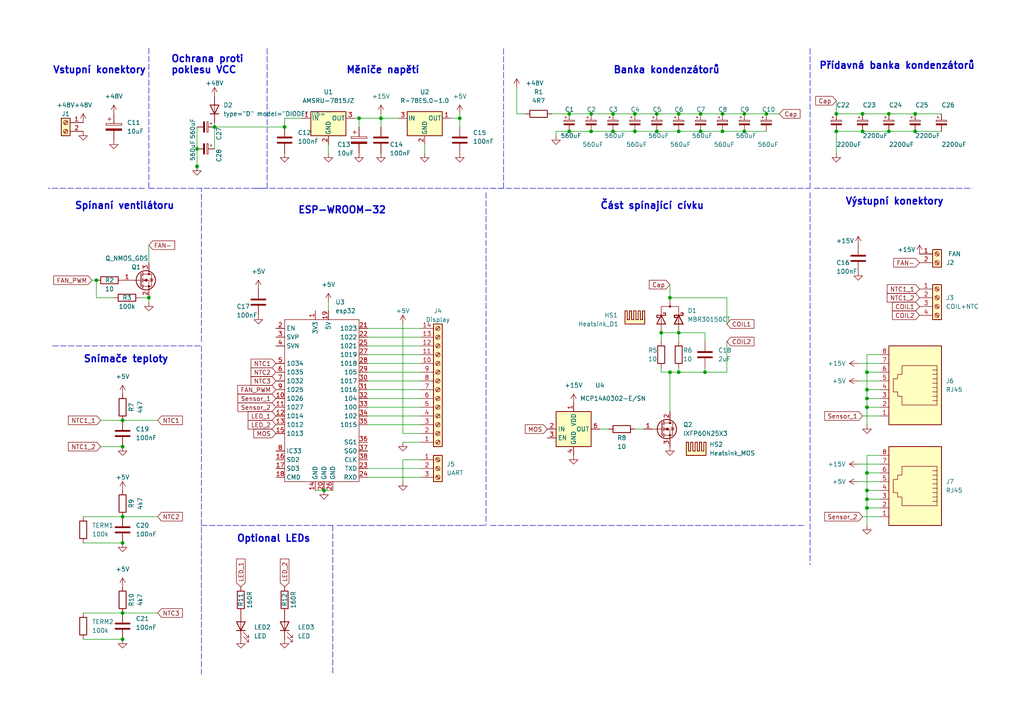
<source format=kicad_sch>
(kicad_sch (version 20211123) (generator eeschema)
  (paper "A4")
  (lib_symbols
    (symbol "Connector:RJ45" (pin_names (offset 1.016))
      (property "Reference" "J" (at -5.08 13.97 0))
      (property "Value" "RJ45" (at 2.54 13.97 0))
      (symbol "RJ45_1_1"
        (pin passive line (at 10.16 -7.62 180) (length 2.54) (name "~") (number "1"))
        (pin passive line (at 10.16 -5.08 180) (length 2.54) (name "~") (number "2"))
        (pin passive line (at 10.16 -2.54 180) (length 2.54) (name "~") (number "3"))
        (pin passive line (at 10.16 0 180) (length 2.54) (name "~") (number "4"))
        (pin passive line (at 10.16 2.54 180) (length 2.54) (name "~") (number "5"))
        (pin passive line (at 10.16 5.08 180) (length 2.54) (name "~") (number "6"))
        (pin passive line (at 10.16 7.62 180) (length 2.54) (name "~") (number "7"))
        (pin passive line (at 10.16 10.16 180) (length 2.54) (name "~") (number "8"))
      )
    )
    (symbol "Connector:Screw_Terminal_01x02" (pin_names (offset 1.016) hide)
      (property "Reference" "J" (at 0 2.54 0))
      (property "Value" "Screw_Terminal_01x02" (at 0 -5.08 0))
      (symbol "Screw_Terminal_01x02_1_1"
        (pin passive line (at -5.08 0 0) (length 3.81) (name "Pin_1") (number "1"))
        (pin passive line (at -5.08 -2.54 0) (length 3.81) (name "Pin_2") (number "2"))
      )
    )
    (symbol "Connector:Screw_Terminal_01x03" (pin_names (offset 1.016) hide)
      (property "Reference" "J" (at 0 5.08 0))
      (property "Value" "Screw_Terminal_01x03" (at 0 -5.08 0))
      (symbol "Screw_Terminal_01x03_1_1"
        (pin passive line (at -5.08 2.54 0) (length 3.81) (name "Pin_1") (number "1"))
        (pin passive line (at -5.08 0 0) (length 3.81) (name "Pin_2") (number "2"))
        (pin passive line (at -5.08 -2.54 0) (length 3.81) (name "Pin_3") (number "3"))
      )
    )
    (symbol "Connector:Screw_Terminal_01x04" (pin_names (offset 1.016) hide)
      (property "Reference" "J" (at 0 5.08 0))
      (property "Value" "Screw_Terminal_01x04" (at 0 -7.62 0))
      (symbol "Screw_Terminal_01x04_1_1"
        (pin passive line (at -5.08 2.54 0) (length 3.81) (name "Pin_1") (number "1"))
        (pin passive line (at -5.08 0 0) (length 3.81) (name "Pin_2") (number "2"))
        (pin passive line (at -5.08 -2.54 0) (length 3.81) (name "Pin_3") (number "3"))
        (pin passive line (at -5.08 -5.08 0) (length 3.81) (name "Pin_4") (number "4"))
      )
    )
    (symbol "Connector:Screw_Terminal_01x14" (pin_names (offset 1.016) hide)
      (property "Reference" "J" (at 0 17.78 0))
      (property "Value" "Screw_Terminal_01x14" (at 0 -20.32 0))
      (symbol "Screw_Terminal_01x14_1_1"
        (pin passive line (at -5.08 15.24 0) (length 3.81) (name "Pin_1") (number "1"))
        (pin passive line (at -5.08 -7.62 0) (length 3.81) (name "Pin_10") (number "10"))
        (pin passive line (at -5.08 -10.16 0) (length 3.81) (name "Pin_11") (number "11"))
        (pin passive line (at -5.08 -12.7 0) (length 3.81) (name "Pin_12") (number "12"))
        (pin passive line (at -5.08 -15.24 0) (length 3.81) (name "Pin_13") (number "13"))
        (pin passive line (at -5.08 -17.78 0) (length 3.81) (name "Pin_14") (number "14"))
        (pin passive line (at -5.08 12.7 0) (length 3.81) (name "Pin_2") (number "2"))
        (pin passive line (at -5.08 10.16 0) (length 3.81) (name "Pin_3") (number "3"))
        (pin passive line (at -5.08 7.62 0) (length 3.81) (name "Pin_4") (number "4"))
        (pin passive line (at -5.08 5.08 0) (length 3.81) (name "Pin_5") (number "5"))
        (pin passive line (at -5.08 2.54 0) (length 3.81) (name "Pin_6") (number "6"))
        (pin passive line (at -5.08 0 0) (length 3.81) (name "Pin_7") (number "7"))
        (pin passive line (at -5.08 -2.54 0) (length 3.81) (name "Pin_8") (number "8"))
        (pin passive line (at -5.08 -5.08 0) (length 3.81) (name "Pin_9") (number "9"))
      )
    )
    (symbol "Device:C" (pin_numbers hide) (pin_names (offset 0.254))
      (property "Reference" "C" (at 0.635 2.54 0))
      (property "Value" "C" (at 0.635 -2.54 0))
      (symbol "C_1_1"
        (pin passive line (at 0 3.81 270) (length 2.794) (name "~") (number "1"))
        (pin passive line (at 0 -3.81 90) (length 2.794) (name "~") (number "2"))
      )
    )
    (symbol "Device:C_Polarized" (pin_numbers hide) (pin_names (offset 0.254))
      (property "Reference" "C" (at 0.635 2.54 0))
      (property "Value" "C_Polarized" (at 0.635 -2.54 0))
      (symbol "C_Polarized_1_1"
        (pin passive line (at 0 3.81 270) (length 2.794) (name "~") (number "1"))
        (pin passive line (at 0 -3.81 90) (length 2.794) (name "~") (number "2"))
      )
    )
    (symbol "Device:C_Polarized_Small" (pin_numbers hide) (pin_names (offset 0.254) hide)
      (property "Reference" "C" (at 0.254 1.778 0))
      (property "Value" "C_Polarized_Small" (at 0.254 -2.032 0))
      (symbol "C_Polarized_Small_1_1"
        (pin passive line (at 0 2.54 270) (length 1.8542) (name "~") (number "1"))
        (pin passive line (at 0 -2.54 90) (length 1.8542) (name "~") (number "2"))
      )
    )
    (symbol "Device:LED" (pin_numbers hide) (pin_names (offset 1.016) hide)
      (property "Reference" "D" (at 0 2.54 0))
      (property "Value" "LED" (at 0 -2.54 0))
      (symbol "LED_1_1"
        (pin passive line (at -3.81 0 0) (length 2.54) (name "K") (number "1"))
        (pin passive line (at 3.81 0 180) (length 2.54) (name "A") (number "2"))
      )
    )
    (symbol "Device:Q_NMOS_GDS" (pin_names (offset 0) hide)
      (property "Reference" "Q" (at 5.08 1.27 0))
      (property "Value" "Q_NMOS_GDS" (at 5.08 -1.27 0))
      (symbol "Q_NMOS_GDS_1_1"
        (pin input line (at -5.08 0 0) (length 2.54) (name "G") (number "1"))
        (pin passive line (at 2.54 5.08 270) (length 2.54) (name "D") (number "2"))
        (pin passive line (at 2.54 -5.08 90) (length 2.54) (name "S") (number "3"))
      )
    )
    (symbol "Device:Q_NMOS_GSD" (pin_names (offset 0) hide)
      (property "Reference" "Q" (at 5.08 1.27 0))
      (property "Value" "Q_NMOS_GSD" (at 5.08 -1.27 0))
      (symbol "Q_NMOS_GSD_1_1"
        (pin input line (at -5.08 0 0) (length 2.54) (name "G") (number "1"))
        (pin passive line (at 2.54 -5.08 90) (length 2.54) (name "S") (number "2"))
        (pin passive line (at 2.54 5.08 270) (length 2.54) (name "D") (number "3"))
      )
    )
    (symbol "Device:R" (pin_numbers hide) (pin_names (offset 0))
      (property "Reference" "R" (at 2.032 0 90))
      (property "Value" "R" (at 0 0 90))
      (symbol "R_1_1"
        (pin passive line (at 0 3.81 270) (length 1.27) (name "~") (number "1"))
        (pin passive line (at 0 -3.81 90) (length 1.27) (name "~") (number "2"))
      )
    )
    (symbol "Diode:C4D30120D" (pin_numbers hide) (pin_names (offset 1.016) hide)
      (property "Reference" "D" (at 0 5.08 0))
      (property "Value" "C4D30120D" (at 0 -5.08 0))
      (symbol "C4D30120D_1_1"
        (pin passive line (at -5.08 2.54 0) (length 2.54) (name "A1") (number "1"))
        (pin passive line (at 5.08 0 180) (length 2.54) (name "K") (number "2"))
        (pin passive line (at -5.08 -2.54 0) (length 2.54) (name "A2") (number "3"))
      )
    )
    (symbol "Driver_FET:MCP14A0902xMNY"
      (property "Reference" "U" (at -7.62 8.89 0))
      (property "Value" "MCP14A0902xMNY" (at 1.27 8.89 0))
      (symbol "MCP14A0902xMNY_1_1"
        (pin power_in line (at 0 7.62 270) (length 2.54) (name "VDD") (number "1"))
        (pin input line (at -7.62 0 0) (length 2.54) (name "IN") (number "2"))
        (pin input line (at -7.62 -2.54 0) (length 2.54) (name "EN") (number "3"))
        (pin power_in line (at 0 -7.62 90) (length 2.54) (name "GND") (number "4"))
        (pin passive line (at 0 -7.62 90) (length 2.54) hide (name "GND") (number "5"))
        (pin output line (at 7.62 0 180) (length 2.54) (name "OUT") (number "6"))
        (pin passive line (at 7.62 0 180) (length 2.54) hide (name "OUT") (number "7"))
        (pin passive line (at 0 7.62 270) (length 2.54) hide (name "VDD") (number "8"))
        (pin passive line (at 0 -7.62 90) (length 2.54) hide (name "GND") (number "9"))
      )
    )
    (symbol "Mechanical:Heatsink" (pin_names (offset 1.016))
      (property "Reference" "HS" (at 0 5.08 0))
      (property "Value" "Heatsink" (at 0 -1.27 0))
    )
    (symbol "Regulator_Linear:L78L05_SOT89" (pin_names (offset 0.254))
      (property "Reference" "U" (at -3.81 3.175 0))
      (property "Value" "L78L05_SOT89" (at -0.635 3.175 0))
      (symbol "L78L05_SOT89_1_1"
        (pin power_out line (at 7.62 0 180) (length 2.54) (name "OUT") (number "1"))
        (pin power_in line (at 0 -7.62 90) (length 2.54) (name "GND") (number "2"))
        (pin power_in line (at -7.62 0 0) (length 2.54) (name "IN") (number "3"))
      )
    )
    (symbol "Regulator_Switching:R-78HB3.3-0.5" (pin_names (offset 0.254))
      (property "Reference" "U" (at -3.81 3.175 0))
      (property "Value" "R-78HB3.3-0.5" (at 0 3.175 0))
      (symbol "R-78HB3.3-0.5_1_1"
        (pin power_in line (at -7.62 0 0) (length 2.54) (name "IN") (number "1"))
        (pin power_in line (at 0 -7.62 90) (length 2.54) (name "GND") (number "2"))
        (pin power_out line (at 7.62 0 180) (length 2.54) (name "OUT") (number "3"))
      )
    )
    (symbol "Simulation_SPICE:DIODE" (pin_numbers hide) (pin_names (offset 1.016) hide)
      (property "Reference" "D" (at 0 2.54 0))
      (property "Value" "DIODE" (at 0 -2.54 0))
      (symbol "DIODE_1_1"
        (pin passive line (at -3.81 0 0) (length 2.54) (name "A") (number "1"))
        (pin passive line (at 3.81 0 180) (length 2.54) (name "K") (number "2"))
      )
    )
    (symbol "esp32:esp32"
      (property "Reference" "U" (at 0 7.62 0))
      (property "Value" "esp32" (at 0 11.43 0))
      (symbol "esp32_1_1"
        (pin input line (at -2.54 22.86 270) (length 2.54) (name "3V3") (number "1"))
        (pin input line (at -13.97 -2.54 0) (length 2.54) (name "1026") (number "10"))
        (pin input line (at -13.97 -5.08 0) (length 2.54) (name "1027") (number "11"))
        (pin input line (at -13.97 -7.62 0) (length 2.54) (name "1014") (number "12"))
        (pin input line (at -13.97 -10.16 0) (length 2.54) (name "1012") (number "13"))
        (pin input line (at -2.54 -29.21 90) (length 2.54) (name "GND") (number "14"))
        (pin input line (at -13.97 -12.7 0) (length 2.54) (name "1013") (number "15"))
        (pin input line (at -13.97 -20.32 0) (length 2.54) (name "SD2") (number "16"))
        (pin input line (at -13.97 -22.86 0) (length 2.54) (name "SD3") (number "17"))
        (pin input line (at -13.97 -25.4 0) (length 2.54) (name "CMD") (number "18"))
        (pin input line (at 1.27 22.86 270) (length 2.54) (name "5V") (number "19"))
        (pin input line (at -13.97 17.78 0) (length 2.54) (name "EN") (number "2"))
        (pin input line (at 0 -29.21 90) (length 2.54) (name "GND") (number "20"))
        (pin input line (at 12.7 17.78 180) (length 2.54) (name "1023") (number "21"))
        (pin input line (at 12.7 15.24 180) (length 2.54) (name "1022") (number "22"))
        (pin input line (at 12.7 -22.86 180) (length 2.54) (name "TXD") (number "23"))
        (pin input line (at 12.7 -25.4 180) (length 2.54) (name "RXD") (number "24"))
        (pin input line (at 12.7 12.7 180) (length 2.54) (name "1021") (number "25"))
        (pin input line (at 2.54 -29.21 90) (length 2.54) (name "GND") (number "26"))
        (pin input line (at 12.7 10.16 180) (length 2.54) (name "1019") (number "27"))
        (pin input line (at 12.7 7.62 180) (length 2.54) (name "1018") (number "28"))
        (pin input line (at 12.7 5.08 180) (length 2.54) (name "105") (number "29"))
        (pin input line (at -13.97 15.24 0) (length 2.54) (name "SVP") (number "3"))
        (pin input line (at 12.7 2.54 180) (length 2.54) (name "1017") (number "30"))
        (pin input line (at 12.7 0 180) (length 2.54) (name "1016") (number "31"))
        (pin input line (at 12.7 -2.54 180) (length 2.54) (name "104") (number "32"))
        (pin input line (at 12.7 -5.08 180) (length 2.54) (name "100") (number "33"))
        (pin input line (at 12.7 -7.62 180) (length 2.54) (name "102") (number "34"))
        (pin input line (at 12.7 -10.16 180) (length 2.54) (name "1015") (number "35"))
        (pin input line (at 12.7 -15.24 180) (length 2.54) (name "SG1") (number "36"))
        (pin input line (at 12.7 -17.78 180) (length 2.54) (name "SG0") (number "37"))
        (pin input line (at 12.7 -20.32 180) (length 2.54) (name "CLK") (number "38"))
        (pin input line (at -13.97 12.7 0) (length 2.54) (name "SVN") (number "4"))
        (pin input line (at -13.97 7.62 0) (length 2.54) (name "1034") (number "5"))
        (pin input line (at -13.97 5.08 0) (length 2.54) (name "1035") (number "6"))
        (pin input line (at -13.97 2.54 0) (length 2.54) (name "1032") (number "7"))
        (pin input line (at -13.97 -17.78 0) (length 2.54) (name "IC33") (number "8"))
        (pin input line (at -13.97 0 0) (length 2.54) (name "1025") (number "9"))
      )
    )
    (symbol "power:+15V" (power) (pin_names (offset 0))
      (property "Value" "+15V" (at 0 3.556 0))
      (symbol "+15V_1_1"
        (pin power_in line (at 0 0 90) (length 0) hide (name "+15V") (number "1"))
      )
    )
    (symbol "power:+48V" (power) (pin_names (offset 0))
      (property "Value" "+48V" (at 0 3.556 0))
      (symbol "+48V_1_1"
        (pin power_in line (at 0 0 90) (length 0) hide (name "+48V") (number "1"))
      )
    )
    (symbol "power:+5V" (power) (pin_names (offset 0))
      (property "Value" "+5V" (at 0 3.556 0))
      (symbol "+5V_1_1"
        (pin power_in line (at 0 0 90) (length 0) hide (name "+5V") (number "1"))
      )
    )
    (symbol "power:GND" (power) (pin_names (offset 0))
      (property "Value" "GND" (at 0 -3.81 0))
      (symbol "GND_1_1"
        (pin power_in line (at 0 0 270) (length 0) hide (name "GND") (number "1"))
      )
    )
  )
  (junction (at 82.55 36.83))
  (junction (at 196.85 33.02))
  (junction (at 251.46 115.57))
  (junction (at 43.18 86.36))
  (junction (at 196.85 38.1))
  (junction (at 203.2 38.1))
  (junction (at 35.56 177.8))
  (junction (at 171.45 33.02))
  (junction (at 251.46 147.32))
  (junction (at 251.46 142.24))
  (junction (at 35.56 129.54))
  (junction (at 251.46 144.78))
  (junction (at 133.35 34.29))
  (junction (at 62.23 36.83))
  (junction (at 265.43 38.1))
  (junction (at 57.15 43.18))
  (junction (at 194.31 107.95))
  (junction (at 251.46 137.16))
  (junction (at 242.57 38.1))
  (junction (at 177.8 33.02))
  (junction (at 265.43 33.02))
  (junction (at 190.5 38.1))
  (junction (at 251.46 118.11))
  (junction (at 215.9 33.02))
  (junction (at 257.81 33.02))
  (junction (at 251.46 107.95))
  (junction (at 209.55 33.02))
  (junction (at 93.98 142.24))
  (junction (at 251.46 113.03))
  (junction (at 204.47 107.95))
  (junction (at 196.85 96.52))
  (junction (at 104.14 34.29))
  (junction (at 222.25 33.02))
  (junction (at 209.55 38.1))
  (junction (at 194.31 86.36))
  (junction (at 190.5 33.02))
  (junction (at 165.1 33.02))
  (junction (at 184.15 33.02))
  (junction (at 191.77 96.52))
  (junction (at 35.56 157.48))
  (junction (at 165.1 38.1))
  (junction (at 110.49 34.29))
  (junction (at 250.19 38.1))
  (junction (at 242.57 33.02))
  (junction (at 196.85 107.95))
  (junction (at 171.45 38.1))
  (junction (at 177.8 38.1))
  (junction (at 184.15 38.1))
  (junction (at 35.56 185.42))
  (junction (at 27.94 81.28))
  (junction (at 257.81 38.1))
  (junction (at 215.9 38.1))
  (junction (at 250.19 33.02))
  (junction (at 203.2 33.02))
  (junction (at 35.56 149.86))
  (junction (at 35.56 121.92))
  (junction (at 57.15 48.26))
  (wire (pts (xy 106.68 110.49) (xy 121.92 110.49)))
  (wire (pts (xy 265.43 38.1) (xy 273.05 38.1)))
  (wire (pts (xy 26.67 81.28) (xy 27.94 81.28)))
  (wire (pts (xy 116.84 133.35) (xy 121.92 133.35)))
  (polyline (pts (xy 58.42 99.06) (xy 58.42 54.61)))
  (wire (pts (xy 248.92 134.62) (xy 255.27 134.62)))
  (wire (pts (xy 204.47 99.06) (xy 204.47 96.52)))
  (wire (pts (xy 24.13 157.48) (xy 35.56 157.48)))
  (wire (pts (xy 82.55 34.29) (xy 82.55 36.83)))
  (polyline (pts (xy 236.22 54.61) (xy 281.94 54.61)))
  (wire (pts (xy 62.23 36.83) (xy 62.23 35.56)))
  (wire (pts (xy 196.85 38.1) (xy 203.2 38.1)))
  (wire (pts (xy 209.55 33.02) (xy 215.9 33.02)))
  (wire (pts (xy 203.2 38.1) (xy 209.55 38.1)))
  (polyline (pts (xy 142.24 152.4) (xy 233.68 152.4)))
  (wire (pts (xy 176.53 124.46) (xy 173.99 124.46)))
  (polyline (pts (xy 97.79 152.4) (xy 140.97 152.4)))
  (wire (pts (xy 204.47 107.95) (xy 210.82 107.95)))
  (wire (pts (xy 123.19 44.45) (xy 123.19 41.91)))
  (wire (pts (xy 91.44 142.24) (xy 93.98 142.24)))
  (wire (pts (xy 106.68 100.33) (xy 121.92 100.33)))
  (polyline (pts (xy 140.97 55.88) (xy 140.97 152.4)))
  (wire (pts (xy 196.85 96.52) (xy 196.85 99.06)))
  (wire (pts (xy 204.47 106.68) (xy 204.47 107.95)))
  (wire (pts (xy 251.46 142.24) (xy 255.27 142.24)))
  (wire (pts (xy 251.46 107.95) (xy 255.27 107.95)))
  (polyline (pts (xy 234.95 54.61) (xy 234.95 13.97)))
  (wire (pts (xy 130.81 34.29) (xy 133.35 34.29)))
  (wire (pts (xy 251.46 118.11) (xy 255.27 118.11)))
  (wire (pts (xy 165.1 38.1) (xy 171.45 38.1)))
  (wire (pts (xy 184.15 124.46) (xy 186.69 124.46)))
  (wire (pts (xy 250.19 33.02) (xy 257.81 33.02)))
  (wire (pts (xy 133.35 34.29) (xy 133.35 33.02)))
  (wire (pts (xy 43.18 71.12) (xy 43.18 76.2)))
  (wire (pts (xy 152.4 33.02) (xy 149.86 33.02)))
  (polyline (pts (xy 43.18 13.97) (xy 43.18 54.61)))
  (wire (pts (xy 116.84 128.27) (xy 121.92 128.27)))
  (wire (pts (xy 250.19 149.86) (xy 255.27 149.86)))
  (wire (pts (xy 95.25 41.91) (xy 95.25 44.45)))
  (wire (pts (xy 171.45 33.02) (xy 177.8 33.02)))
  (wire (pts (xy 171.45 38.1) (xy 177.8 38.1)))
  (wire (pts (xy 251.46 142.24) (xy 251.46 144.78)))
  (wire (pts (xy 106.68 123.19) (xy 121.92 123.19)))
  (wire (pts (xy 191.77 96.52) (xy 196.85 96.52)))
  (wire (pts (xy 177.8 33.02) (xy 184.15 33.02)))
  (polyline (pts (xy 234.95 55.88) (xy 234.95 163.83)))
  (wire (pts (xy 62.23 36.83) (xy 82.55 36.83)))
  (wire (pts (xy 210.82 86.36) (xy 210.82 93.98)))
  (wire (pts (xy 251.46 132.08) (xy 255.27 132.08)))
  (wire (pts (xy 251.46 115.57) (xy 251.46 118.11)))
  (wire (pts (xy 209.55 38.1) (xy 215.9 38.1)))
  (wire (pts (xy 57.15 43.18) (xy 57.15 36.83)))
  (wire (pts (xy 265.43 33.02) (xy 273.05 33.02)))
  (wire (pts (xy 106.68 120.65) (xy 121.92 120.65)))
  (wire (pts (xy 95.25 87.63) (xy 95.25 90.17)))
  (wire (pts (xy 116.84 93.98) (xy 116.84 125.73)))
  (wire (pts (xy 242.57 38.1) (xy 250.19 38.1)))
  (wire (pts (xy 251.46 132.08) (xy 251.46 137.16)))
  (wire (pts (xy 57.15 49.53) (xy 57.15 48.26)))
  (wire (pts (xy 196.85 107.95) (xy 204.47 107.95)))
  (wire (pts (xy 106.68 135.89) (xy 121.92 135.89)))
  (wire (pts (xy 27.94 86.36) (xy 27.94 81.28)))
  (polyline (pts (xy 146.05 54.61) (xy 146.05 13.97)))
  (wire (pts (xy 251.46 137.16) (xy 255.27 137.16)))
  (wire (pts (xy 251.46 115.57) (xy 255.27 115.57)))
  (wire (pts (xy 215.9 33.02) (xy 222.25 33.02)))
  (wire (pts (xy 24.13 185.42) (xy 35.56 185.42)))
  (wire (pts (xy 102.87 34.29) (xy 104.14 34.29)))
  (wire (pts (xy 194.31 107.95) (xy 194.31 119.38)))
  (wire (pts (xy 29.21 129.54) (xy 35.56 129.54)))
  (wire (pts (xy 82.55 34.29) (xy 87.63 34.29)))
  (wire (pts (xy 106.68 138.43) (xy 121.92 138.43)))
  (wire (pts (xy 24.13 177.8) (xy 35.56 177.8)))
  (polyline (pts (xy 41.91 54.61) (xy 13.97 54.61)))
  (wire (pts (xy 116.84 133.35) (xy 116.84 139.7)))
  (wire (pts (xy 251.46 102.87) (xy 255.27 102.87)))
  (polyline (pts (xy 15.24 100.33) (xy 58.42 100.33)))
  (wire (pts (xy 104.14 34.29) (xy 104.14 36.83)))
  (wire (pts (xy 190.5 33.02) (xy 196.85 33.02)))
  (polyline (pts (xy 73.66 54.61) (xy 146.05 54.61)))
  (wire (pts (xy 133.35 34.29) (xy 133.35 36.83)))
  (wire (pts (xy 190.5 38.1) (xy 196.85 38.1)))
  (wire (pts (xy 121.92 97.79) (xy 106.68 97.79)))
  (wire (pts (xy 106.68 95.25) (xy 121.92 95.25)))
  (wire (pts (xy 45.72 121.92) (xy 35.56 121.92)))
  (wire (pts (xy 160.02 33.02) (xy 165.1 33.02)))
  (wire (pts (xy 43.18 87.63) (xy 43.18 86.36)))
  (wire (pts (xy 116.84 125.73) (xy 121.92 125.73)))
  (wire (pts (xy 110.49 34.29) (xy 115.57 34.29)))
  (wire (pts (xy 196.85 33.02) (xy 203.2 33.02)))
  (wire (pts (xy 161.29 38.1) (xy 161.29 39.37)))
  (wire (pts (xy 210.82 107.95) (xy 210.82 99.06)))
  (wire (pts (xy 196.85 106.68) (xy 196.85 107.95)))
  (polyline (pts (xy 58.42 100.33) (xy 58.42 195.58)))
  (wire (pts (xy 204.47 96.52) (xy 196.85 96.52)))
  (wire (pts (xy 184.15 33.02) (xy 190.5 33.02)))
  (wire (pts (xy 161.29 38.1) (xy 165.1 38.1)))
  (wire (pts (xy 250.19 120.65) (xy 255.27 120.65)))
  (polyline (pts (xy 96.52 152.4) (xy 96.52 195.58)))
  (wire (pts (xy 215.9 38.1) (xy 222.25 38.1)))
  (wire (pts (xy 242.57 33.02) (xy 250.19 33.02)))
  (wire (pts (xy 29.21 121.92) (xy 35.56 121.92)))
  (wire (pts (xy 203.2 33.02) (xy 209.55 33.02)))
  (wire (pts (xy 251.46 113.03) (xy 255.27 113.03)))
  (wire (pts (xy 149.86 25.4) (xy 149.86 33.02)))
  (wire (pts (xy 62.23 36.83) (xy 62.23 43.18)))
  (wire (pts (xy 24.13 149.86) (xy 35.56 149.86)))
  (wire (pts (xy 194.31 107.95) (xy 196.85 107.95)))
  (wire (pts (xy 251.46 147.32) (xy 255.27 147.32)))
  (wire (pts (xy 45.72 177.8) (xy 35.56 177.8)))
  (wire (pts (xy 177.8 38.1) (xy 184.15 38.1)))
  (wire (pts (xy 110.49 33.02) (xy 110.49 34.29)))
  (wire (pts (xy 191.77 106.68) (xy 191.77 107.95)))
  (polyline (pts (xy 58.42 152.4) (xy 96.52 152.4)))
  (wire (pts (xy 251.46 118.11) (xy 251.46 123.19)))
  (wire (pts (xy 191.77 96.52) (xy 191.77 99.06)))
  (wire (pts (xy 40.64 86.36) (xy 43.18 86.36)))
  (polyline (pts (xy 43.18 54.61) (xy 77.47 54.61)))
  (wire (pts (xy 242.57 29.21) (xy 242.57 33.02)))
  (polyline (pts (xy 142.24 54.61) (xy 234.95 54.61)))
  (wire (pts (xy 194.31 86.36) (xy 210.82 86.36)))
  (wire (pts (xy 57.15 43.18) (xy 57.15 48.26)))
  (wire (pts (xy 248.92 139.7) (xy 255.27 139.7)))
  (polyline (pts (xy 77.47 54.61) (xy 77.47 13.97)))
  (wire (pts (xy 110.49 36.83) (xy 110.49 34.29)))
  (wire (pts (xy 106.68 113.03) (xy 121.92 113.03)))
  (wire (pts (xy 251.46 144.78) (xy 251.46 147.32)))
  (wire (pts (xy 93.98 142.24) (xy 96.52 142.24)))
  (wire (pts (xy 248.92 110.49) (xy 255.27 110.49)))
  (wire (pts (xy 257.81 33.02) (xy 265.43 33.02)))
  (wire (pts (xy 33.02 86.36) (xy 27.94 86.36)))
  (wire (pts (xy 251.46 137.16) (xy 251.46 142.24)))
  (wire (pts (xy 165.1 33.02) (xy 171.45 33.02)))
  (wire (pts (xy 45.72 149.86) (xy 35.56 149.86)))
  (wire (pts (xy 104.14 34.29) (xy 110.49 34.29)))
  (wire (pts (xy 257.81 38.1) (xy 265.43 38.1)))
  (wire (pts (xy 251.46 147.32) (xy 251.46 152.4)))
  (wire (pts (xy 242.57 38.1) (xy 242.57 44.45)))
  (wire (pts (xy 222.25 33.02) (xy 226.06 33.02)))
  (wire (pts (xy 184.15 38.1) (xy 190.5 38.1)))
  (wire (pts (xy 248.92 105.41) (xy 255.27 105.41)))
  (wire (pts (xy 250.19 38.1) (xy 257.81 38.1)))
  (wire (pts (xy 106.68 105.41) (xy 121.92 105.41)))
  (wire (pts (xy 251.46 102.87) (xy 251.46 107.95)))
  (wire (pts (xy 194.31 82.55) (xy 194.31 86.36)))
  (wire (pts (xy 251.46 107.95) (xy 251.46 113.03)))
  (wire (pts (xy 106.68 118.11) (xy 121.92 118.11)))
  (wire (pts (xy 251.46 144.78) (xy 255.27 144.78)))
  (wire (pts (xy 106.68 102.87) (xy 121.92 102.87)))
  (wire (pts (xy 106.68 115.57) (xy 121.92 115.57)))
  (wire (pts (xy 251.46 113.03) (xy 251.46 115.57)))
  (wire (pts (xy 191.77 107.95) (xy 194.31 107.95)))
  (wire (pts (xy 106.68 107.95) (xy 121.92 107.95)))
  (text "Část spínající cívku" (at 173.99 60.96 0) (effects (font (size 2 2) bold) (justify left bottom)))
  (text "Ochrana proti \npoklesu VCC\n" (at 49.53 21.59 0) (effects (font (size 2 2) bold) (justify left bottom)))
  (text "Vstupní konektory\n" (at 15.24 21.59 0) (effects (font (size 2 2) bold) (justify left bottom)))
  (text "Měniče napětí\n" (at 100.33 21.59 0) (effects (font (size 2 2) bold) (justify left bottom)))
  (text "Výstupní konektory\n" (at 245.11 59.69 0) (effects (font (size 2 2) bold) (justify left bottom)))
  (text "Přídavná banka kondenzátorů" (at 237.49 20.32 0) (effects (font (size 2 2) bold) (justify left bottom)))
  (text "Snímače teploty" (at 24.13 105.41 0) (effects (font (size 2 2) (thickness 0.4) bold) (justify left bottom)))
  (text "ESP-WROOM-32\n" (at 86.36 62.23 0) (effects (font (size 2 2) bold) (justify left bottom)))
  (text "Optional LEDs" (at 68.58 157.48 0) (effects (font (size 2 2) (thickness 0.4) bold) (justify left bottom)))
  (text "Spínaní ventilátoru\n" (at 21.59 60.96 0) (effects (font (size 2 2) (thickness 0.4) bold) (justify left bottom)))
  (text "Banka kondenzátorů" (at 177.8 21.59 0) (effects (font (size 2 2) bold) (justify left bottom)))
  (global_label "COIL1" (shape input) (at 266.7 88.9 180) (property "Intersheet References" "${INTERSHEET_REFS}" (effects hide)))
  (global_label "LED_2" (shape input) (at 82.55 170.18 90) (property "Intersheet References" "${INTERSHEET_REFS}" (effects hide)))
  (global_label "FAN_PWM" (shape input) (at 80.01 113.03 180) (property "Intersheet References" "${INTERSHEET_REFS}" (effects hide)))
  (global_label "LED_1" (shape input) (at 80.01 120.65 180) (property "Intersheet References" "${INTERSHEET_REFS}" (effects hide)))
  (global_label "LED_2" (shape input) (at 80.01 123.19 180) (property "Intersheet References" "${INTERSHEET_REFS}" (effects hide)))
  (global_label "NTC1" (shape input) (at 80.01 105.41 180) (property "Intersheet References" "${INTERSHEET_REFS}" (effects hide)))
  (global_label "Sensor_2" (shape input) (at 250.19 149.86 180) (property "Intersheet References" "${INTERSHEET_REFS}" (effects hide)))
  (global_label "NTC1_2" (shape input) (at 266.7 86.36 180) (property "Intersheet References" "${INTERSHEET_REFS}" (effects hide)))
  (global_label "COIL2" (shape input) (at 210.82 99.06 0) (property "Intersheet References" "${INTERSHEET_REFS}" (effects hide)))
  (global_label "Cap" (shape input) (at 194.31 82.55 180) (property "Intersheet References" "${INTERSHEET_REFS}" (effects hide)))
  (global_label "NTC1_1" (shape input) (at 266.7 83.82 180) (property "Intersheet References" "${INTERSHEET_REFS}" (effects hide)))
  (global_label "NTC1_1" (shape input) (at 29.21 121.92 180) (property "Intersheet References" "${INTERSHEET_REFS}" (effects hide)))
  (global_label "FAN-" (shape input) (at 266.7 76.2 180) (property "Intersheet References" "${INTERSHEET_REFS}" (effects hide)))
  (global_label "NTC3" (shape input) (at 45.72 177.8 0) (property "Intersheet References" "${INTERSHEET_REFS}" (effects hide)))
  (global_label "FAN-" (shape input) (at 43.18 71.12 0) (property "Intersheet References" "${INTERSHEET_REFS}" (effects hide)))
  (global_label "FAN_PWM" (shape input) (at 26.67 81.28 180) (property "Intersheet References" "${INTERSHEET_REFS}" (effects hide)))
  (global_label "NTC2" (shape input) (at 45.72 149.86 0) (property "Intersheet References" "${INTERSHEET_REFS}" (effects hide)))
  (global_label "MOS" (shape input) (at 80.01 125.73 180) (property "Intersheet References" "${INTERSHEET_REFS}" (effects hide)))
  (global_label "Sensor_1" (shape input) (at 80.01 115.57 180) (property "Intersheet References" "${INTERSHEET_REFS}" (effects hide)))
  (global_label "COIL1" (shape input) (at 210.82 93.98 0) (property "Intersheet References" "${INTERSHEET_REFS}" (effects hide)))
  (global_label "MOS" (shape input) (at 158.75 124.46 180) (property "Intersheet References" "${INTERSHEET_REFS}" (effects hide)))
  (global_label "Cap" (shape input) (at 226.06 33.02 0) (property "Intersheet References" "${INTERSHEET_REFS}" (effects hide)))
  (global_label "Sensor_1" (shape input) (at 250.19 120.65 180) (property "Intersheet References" "${INTERSHEET_REFS}" (effects hide)))
  (global_label "Cap" (shape input) (at 242.57 29.21 180) (property "Intersheet References" "${INTERSHEET_REFS}" (effects hide)))
  (global_label "NTC1" (shape input) (at 45.72 121.92 0) (property "Intersheet References" "${INTERSHEET_REFS}" (effects hide)))
  (global_label "LED_1" (shape input) (at 69.85 170.18 90) (property "Intersheet References" "${INTERSHEET_REFS}" (effects hide)))
  (global_label "Sensor_2" (shape input) (at 80.01 118.11 180) (property "Intersheet References" "${INTERSHEET_REFS}" (effects hide)))
  (global_label "COIL2" (shape input) (at 266.7 91.44 180) (property "Intersheet References" "${INTERSHEET_REFS}" (effects hide)))
  (global_label "NTC1_2" (shape input) (at 29.21 129.54 180) (property "Intersheet References" "${INTERSHEET_REFS}" (effects hide)))
  (global_label "NTC2" (shape input) (at 80.01 107.95 180) (property "Intersheet References" "${INTERSHEET_REFS}" (effects hide)))
  (global_label "NTC3" (shape input) (at 80.01 110.49 180) (property "Intersheet References" "${INTERSHEET_REFS}" (effects hide)))
  (symbol (lib_id "Device:C_Polarized_Small") (at 165.1 35.56 0) (unit 1)
    (property "Reference" "C1" (at 163.83 31.75 0) (effects (justify left)))
    (property "Value" "560uF" (at 162.56 39.37 0) (effects (justify left)))
    (property "Footprint" "Capacitor_THT:CP_Radial_D12.5mm_P5.00mm" (effects hide))
  )
  (symbol (lib_id "Device:C_Polarized_Small") (at 257.81 35.56 0) (unit 1)
    (property "Reference" "C24" (at 257.81 30.48 0) (effects (justify left)))
    (property "Value" "2200uF" (at 257.81 41.91 0) (effects (justify left)))
    (property "Footprint" "Capacitor_THT:CP_Radial_D12.5mm_P5.00mm" (effects hide))
  )
  (symbol (lib_id "power:+48V") (at 33.02 33.02 0) (unit 1)
    (property "Reference" "#PWR05" (effects hide))
    (property "Value" "VCC" (at 33.02 27.94 0))
  )
  (symbol (lib_id "power:GND") (at 133.35 44.45 0) (unit 1)
    (property "Reference" "#PWR015" (effects hide))
    (property "Value" "Earth" (effects hide))
  )
  (symbol (lib_id "power:GND") (at 104.14 44.45 0) (unit 1)
    (property "Reference" "#PWR012" (effects hide))
    (property "Value" "Earth" (effects hide))
  )
  (symbol (lib_id "power:+15V") (at 110.49 33.02 0) (unit 1)
    (property "Reference" "#PWR03" (effects hide))
    (property "Value" "+15V" (at 110.49 27.94 0))
  )
  (symbol (lib_id "power:GND") (at 116.84 139.7 0) (unit 1)
    (property "Reference" "#PWR033" (effects hide))
    (property "Value" "Earth" (effects hide))
  )
  (symbol (lib_id "Device:Q_NMOS_GDS") (at 191.77 124.46 0) (unit 1)
    (property "Reference" "Q2" (at 198.12 123.1899 0) (effects (justify left)))
    (property "Value" "IXFP60N25X3" (at 198.12 125.7299 0) (effects (justify left)))
    (property "Footprint" "Package_TO_SOT_THT:TO-220-3_Vertical" (effects hide))
    (property "Datasheet" "https://www.tme.eu/Document/43a8733ab75abdf24d613e6861c85c42/IXFA(P,Q)60N25X3.pdf" (effects hide))
  )
  (symbol (lib_id "Device:C_Polarized_Small") (at 59.69 43.18 270) (unit 1)
    (property "Reference" "C28" (at 63.5 43.18 0) (effects (justify left)))
    (property "Value" "560uF" (at 55.88 40.64 0) (effects (justify left)))
    (property "Footprint" "Capacitor_THT:CP_Radial_D12.5mm_P5.00mm" (effects hide))
  )
  (symbol (lib_id "Device:C") (at 35.56 153.67 0) (unit 1)
    (property "Reference" "C20" (at 39.37 152.3999 0) (effects (justify left)))
    (property "Value" "100nF" (at 39.37 154.9399 0) (effects (justify left)))
    (property "Footprint" "Capacitor_SMD:C_1206_3216Metric_Pad1.33x1.80mm_HandSolder" (effects hide))
  )
  (symbol (lib_id "Device:R") (at 35.56 118.11 180) (unit 1)
    (property "Reference" "R7" (at 38.1 118.11 90))
    (property "Value" "4k7" (at 40.64 118.11 90))
    (property "Footprint" "Resistor_SMD:R_1206_3216Metric_Pad1.30x1.75mm_HandSolder" (effects hide))
  )
  (symbol (lib_id "power:+5V") (at 35.56 170.18 0) (unit 1)
    (property "Reference" "#PWR041" (effects hide))
    (property "Value" "+5V" (at 35.56 165.1 0))
  )
  (symbol (lib_id "Diode:C4D30120D") (at 194.31 91.44 90) (unit 1)
    (property "Reference" "D1" (at 199.39 90.1064 90) (effects (justify right)))
    (property "Value" "MBR30150CT" (at 199.39 92.6464 90) (effects (justify right)))
    (property "Footprint" "Package_TO_SOT_THT:TO-220-3_Vertical" (effects hide))
    (property "Datasheet" "https://www.wolfspeed.com/media/downloads/108/C4D30120D.pdf" (effects hide))
  )
  (symbol (lib_id "Regulator_Switching:R-78HB3.3-0.5") (at 95.25 34.29 0) (unit 1)
    (property "Reference" "U1" (at 95.25 26.67 0))
    (property "Value" "AMSRU-7815JZ" (at 95.25 29.21 0))
    (property "Footprint" "Converter_DCDC:Converter_DCDC_RECOM_R-78HB-0.5_THT" (effects hide))
    (property "Datasheet" "https://www.tme.eu/Document/4fbce8309b50df727d8c0ac49894e697/AMSRU-78JZ.pdf" (effects hide))
  )
  (symbol (lib_id "power:GND") (at 43.18 87.63 0) (unit 1)
    (property "Reference" "#PWR023" (effects hide))
    (property "Value" "Earth" (effects hide))
  )
  (symbol (lib_id "Device:R") (at 191.77 102.87 0) (unit 1)
    (property "Reference" "R5" (at 187.96 101.6 0) (effects (justify left)))
    (property "Value" "10" (at 187.96 104.14 0) (effects (justify left)))
    (property "Footprint" "Resistor_THT:R_Axial_Power_L48.0mm_W12.5mm_P55.88mm" (effects hide))
    (property "Datasheet" "https://www.tme.eu/Document/d2d66de62be8f045452af502fd3b634f/SR-Passives-CR-W.pdf" (effects hide))
  )
  (symbol (lib_id "Device:C_Polarized_Small") (at 273.05 35.56 0) (unit 1)
    (property "Reference" "C26" (at 273.05 30.48 0) (effects (justify left)))
    (property "Value" "2200uF" (at 273.05 41.91 0) (effects (justify left)))
    (property "Footprint" "Capacitor_THT:CP_Radial_D12.5mm_P5.00mm" (effects hide))
  )
  (symbol (lib_id "Driver_FET:MCP14A0902xMNY") (at 166.37 124.46 0) (unit 1)
    (property "Reference" "U4" (at 173.99 111.76 0))
    (property "Value" "MCP14A0302-E/SN" (at 177.8 115.57 0))
    (property "Footprint" "Package_SO:SOIC-8_3.9x4.9mm_P1.27mm" (effects hide))
    (property "Datasheet" "https://www.tme.eu/Document/5aaa28d419fa2e616a4e2896a4c7f235/MCP14A030x.pdf" (effects hide))
  )
  (symbol (lib_id "Mechanical:Heatsink") (at 201.93 132.08 0) (unit 1)
    (property "Reference" "HS2" (at 205.74 128.9049 0) (effects (justify left)))
    (property "Value" "Heatsink_MOS" (at 205.74 131.4449 0) (effects (justify left)))
    (property "Footprint" "Heatsink:Heatsink_Fischer_SK104-STC-STIC_35x13mm_2xDrill2.5mm" (effects hide))
  )
  (symbol (lib_id "power:GND") (at 69.85 185.42 0) (unit 1)
    (property "Reference" "#PWR043" (effects hide))
    (property "Value" "Earth" (effects hide))
  )
  (symbol (lib_id "Device:R") (at 156.21 33.02 90) (unit 1)
    (property "Reference" "R1" (at 156.21 26.67 90))
    (property "Value" "4R7" (at 156.21 29.21 90))
    (property "Footprint" "Resistor_THT:R_Axial_Power_L48.0mm_W12.5mm_P55.88mm" (effects hide))
  )
  (symbol (lib_id "power:GND") (at 82.55 44.45 0) (unit 1)
    (property "Reference" "#PWR010" (effects hide))
    (property "Value" "Earth" (effects hide))
  )
  (symbol (lib_id "Device:Q_NMOS_GSD") (at 40.64 81.28 0) (unit 1)
    (property "Reference" "Q1" (at 38.1 77.47 0) (effects (justify left)))
    (property "Value" "Q_NMOS_GDS" (at 30.48 74.93 0) (effects (justify left)))
    (property "Footprint" "Package_TO_SOT_SMD:SOT-23" (effects hide))
  )
  (symbol (lib_id "Device:C_Polarized") (at 104.14 40.64 0) (unit 1)
    (property "Reference" "C13" (at 97.79 41.91 0) (effects (justify left)))
    (property "Value" "10uF" (at 97.79 44.45 0) (effects (justify left)))
    (property "Footprint" "Capacitor_THT:CP_Radial_D5.0mm_P2.00mm" (effects hide))
  )
  (symbol (lib_id "power:GND") (at 251.46 123.19 0) (unit 1)
    (property "Reference" "#PWR035" (effects hide))
    (property "Value" "Earth" (effects hide))
  )
  (symbol (lib_id "power:GND") (at 116.84 128.27 0) (unit 1)
    (property "Reference" "#PWR027" (effects hide))
    (property "Value" "Earth" (effects hide))
  )
  (symbol (lib_id "power:GND") (at 123.19 44.45 0) (unit 1)
    (property "Reference" "#PWR014" (effects hide))
    (property "Value" "Earth" (effects hide))
  )
  (symbol (lib_id "Device:C_Polarized") (at 33.02 36.83 0) (unit 1)
    (property "Reference" "C11" (at 36.83 35.5599 0) (effects (justify left)))
    (property "Value" "10uF" (at 36.83 38.0999 0) (effects (justify left)))
    (property "Footprint" "Capacitor_THT:CP_Radial_D5.0mm_P2.00mm" (effects hide))
  )
  (symbol (lib_id "Device:LED") (at 82.55 181.61 90) (unit 1)
    (property "Reference" "LED3" (at 86.36 181.9274 90) (effects (justify right)))
    (property "Value" "LED" (at 86.36 184.4674 90) (effects (justify right)))
    (property "Footprint" "LED_THT:LED_D3.0mm" (effects hide))
  )
  (symbol (lib_id "power:GND") (at 161.29 39.37 0) (unit 1)
    (property "Reference" "#PWR06" (effects hide))
    (property "Value" "Earth" (effects hide))
  )
  (symbol (lib_id "power:GND") (at 166.37 132.08 0) (unit 1)
    (property "Reference" "#PWR031" (effects hide))
    (property "Value" "Earth" (effects hide))
  )
  (symbol (lib_id "Connector:Screw_Terminal_01x03") (at 127 135.89 0) (unit 1)
    (property "Reference" "J5" (at 129.54 134.6199 0) (effects (justify left)))
    (property "Value" "UART" (at 129.54 137.1599 0) (effects (justify left)))
    (property "Footprint" "Connector_PinSocket_2.54mm:PinSocket_1x03_P2.54mm_Vertical" (effects hide))
  )
  (symbol (lib_id "Device:C") (at 110.49 40.64 0) (unit 1)
    (property "Reference" "C14" (at 113.03 41.91 0) (effects (justify left)))
    (property "Value" "100nF" (at 113.03 44.45 0) (effects (justify left)))
    (property "Footprint" "Capacitor_SMD:C_0805_2012Metric" (effects hide))
  )
  (symbol (lib_id "power:GND") (at 35.56 129.54 0) (unit 1)
    (property "Reference" "#PWR032" (effects hide))
    (property "Value" "Earth" (effects hide))
  )
  (symbol (lib_id "Device:C_Polarized_Small") (at 265.43 35.56 0) (unit 1)
    (property "Reference" "C25" (at 265.43 30.48 0) (effects (justify left)))
    (property "Value" "2200uF" (at 265.43 39.37 0) (effects (justify left)))
    (property "Footprint" "Capacitor_THT:CP_Radial_D12.5mm_P5.00mm" (effects hide))
  )
  (symbol (lib_id "power:+5V") (at 35.56 142.24 0) (unit 1)
    (property "Reference" "#PWR036" (effects hide))
    (property "Value" "+5V" (at 35.56 138.43 0))
  )
  (symbol (lib_id "esp32:esp32") (at 93.98 113.03 0) (unit 1)
    (property "Reference" "U3" (at 97.2694 87.63 0) (effects (justify left)))
    (property "Value" "esp32" (at 97.2694 90.17 0) (effects (justify left)))
    (property "Footprint" "esp32_Library:ESP32" (effects hide))
  )
  (symbol (lib_id "power:GND") (at 35.56 157.48 0) (unit 1)
    (property "Reference" "#PWR039" (effects hide))
    (property "Value" "Earth" (effects hide))
  )
  (symbol (lib_id "power:+5V") (at 116.84 93.98 0) (unit 1)
    (property "Reference" "#PWR021" (effects hide))
    (property "Value" "+5V" (at 116.84 90.17 0))
  )
  (symbol (lib_id "power:+15V") (at 266.7 73.66 0) (unit 1)
    (property "Reference" "#PWR0101" (effects hide))
    (property "Value" "+15V" (at 262.89 72.39 0))
  )
  (symbol (lib_id "power:+15V") (at 166.37 116.84 0) (unit 1)
    (property "Reference" "#PWR025" (effects hide))
    (property "Value" "+15V" (at 166.37 111.76 0))
  )
  (symbol (lib_id "Device:R") (at 24.13 153.67 0) (unit 1)
    (property "Reference" "TERM1" (at 26.67 152.3999 0) (effects (justify left)))
    (property "Value" "100k" (at 26.67 154.9399 0) (effects (justify left)))
    (property "Footprint" "Resistor_THT:R_Axial_DIN0207_L6.3mm_D2.5mm_P10.16mm_Horizontal" (effects hide))
  )
  (symbol (lib_id "power:GND") (at 33.02 40.64 0) (unit 1)
    (property "Reference" "#PWR09" (effects hide))
    (property "Value" "Earth" (effects hide))
  )
  (symbol (lib_id "power:+15V") (at 248.92 134.62 90) (unit 1)
    (property "Reference" "#PWR037" (effects hide))
    (property "Value" "+15V" (at 240.03 134.62 90) (effects (justify right)))
  )
  (symbol (lib_id "Device:C_Polarized_Small") (at 171.45 35.56 0) (unit 1)
    (property "Reference" "C2" (at 170.18 31.75 0) (effects (justify left)))
    (property "Value" "560uF" (at 168.91 41.91 0) (effects (justify left)))
    (property "Footprint" "Capacitor_THT:CP_Radial_D12.5mm_P5.00mm" (effects hide))
  )
  (symbol (lib_id "power:+48V") (at 62.23 27.94 0) (unit 1)
    (property "Reference" "#PWR?" (effects hide))
    (property "Value" "VCC" (at 62.23 24.13 0))
  )
  (symbol (lib_id "Device:C") (at 35.56 125.73 0) (unit 1)
    (property "Reference" "C19" (at 39.37 124.4599 0) (effects (justify left)))
    (property "Value" "100nF" (at 39.37 126.9999 0) (effects (justify left)))
    (property "Footprint" "Capacitor_SMD:C_1206_3216Metric_Pad1.33x1.80mm_HandSolder" (effects hide))
  )
  (symbol (lib_id "Device:C_Polarized_Small") (at 250.19 35.56 0) (unit 1)
    (property "Reference" "C23" (at 250.19 30.48 0) (effects (justify left)))
    (property "Value" "2200uF" (at 250.19 39.37 0) (effects (justify left)))
    (property "Footprint" "Capacitor_THT:CP_Radial_D12.5mm_P5.00mm" (effects hide))
  )
  (symbol (lib_id "Device:R") (at 35.56 146.05 180) (unit 1)
    (property "Reference" "R9" (at 38.1 146.05 90))
    (property "Value" "4k7" (at 40.64 146.05 90))
    (property "Footprint" "Resistor_SMD:R_1206_3216Metric_Pad1.30x1.75mm_HandSolder" (effects hide))
  )
  (symbol (lib_id "Device:C_Polarized_Small") (at 184.15 35.56 0) (unit 1)
    (property "Reference" "C4" (at 182.88 31.75 0) (effects (justify left)))
    (property "Value" "560uF" (at 181.61 41.91 0) (effects (justify left)))
    (property "Footprint" "Capacitor_THT:CP_Radial_D12.5mm_P5.00mm" (effects hide))
  )
  (symbol (lib_id "power:+5V") (at 248.92 110.49 90) (unit 1)
    (property "Reference" "#PWR029" (effects hide))
    (property "Value" "+5V" (at 241.3 110.49 90) (effects (justify right)))
  )
  (symbol (lib_id "Device:C_Polarized_Small") (at 59.69 36.83 270) (unit 1)
    (property "Reference" "C27" (at 63.5 36.83 0) (effects (justify left)))
    (property "Value" "560uF" (at 55.88 34.29 0) (effects (justify left)))
    (property "Footprint" "Capacitor_THT:CP_Radial_D12.5mm_P5.00mm" (effects hide))
  )
  (symbol (lib_id "power:+48V") (at 149.86 25.4 0) (unit 1)
    (property "Reference" "#PWR01" (effects hide))
    (property "Value" "VCC" (at 152.4 24.1299 0) (effects (justify left)))
  )
  (symbol (lib_id "Connector:RJ45") (at 265.43 113.03 0) (mirror y) (unit 1)
    (property "Reference" "J6" (at 274.32 110.4899 0) (effects (justify right)))
    (property "Value" "RJ45" (at 274.32 113.0299 0) (effects (justify right)))
    (property "Footprint" "Connector_RJ:RJ45_OST_PJ012-8P8CX_Vertical" (effects hide))
  )
  (symbol (lib_id "Device:C_Polarized_Small") (at 242.57 35.56 0) (unit 1)
    (property "Reference" "C22" (at 242.57 30.48 0) (effects (justify left)))
    (property "Value" "2200uF" (at 242.57 41.91 0) (effects (justify left)))
    (property "Footprint" "Capacitor_THT:CP_Radial_D12.5mm_P5.00mm" (effects hide))
  )
  (symbol (lib_id "power:GND") (at 95.25 44.45 0) (unit 1)
    (property "Reference" "#PWR011" (effects hide))
    (property "Value" "Earth" (effects hide))
  )
  (symbol (lib_id "Device:C") (at 133.35 40.64 0) (unit 1)
    (property "Reference" "C15" (at 137.16 38.4809 0) (effects (justify left)))
    (property "Value" "100nF" (at 137.16 41.0209 0) (effects (justify left)))
    (property "Footprint" "Capacitor_SMD:C_0805_2012Metric" (effects hide))
  )
  (symbol (lib_id "power:GND") (at 57.15 48.26 0) (unit 1)
    (property "Reference" "#PWR?" (effects hide))
    (property "Value" "Earth" (effects hide))
  )
  (symbol (lib_id "Device:LED") (at 69.85 181.61 90) (unit 1)
    (property "Reference" "LED2" (at 73.66 181.9274 90) (effects (justify right)))
    (property "Value" "LED" (at 73.66 184.4674 90) (effects (justify right)))
    (property "Footprint" "LED_THT:LED_D3.0mm" (effects hide))
  )
  (symbol (lib_id "Regulator_Linear:L78L05_SOT89") (at 123.19 34.29 0) (unit 1)
    (property "Reference" "U2" (at 123.19 26.67 0))
    (property "Value" "R-78E5.0-1.0" (at 123.19 29.21 0))
    (property "Footprint" "Package_TO_SOT_SMD:SOT-89-3" (effects hide))
    (property "Datasheet" "https://www.tme.eu/Document/a8a1241ebb79c81cfad04f65b61400f5/MC78LxxA_NCV78LxxA.PDF" (effects hide))
  )
  (symbol (lib_id "Device:R") (at 36.83 86.36 90) (unit 1)
    (property "Reference" "R3" (at 36.83 86.36 90))
    (property "Value" "100k" (at 36.83 88.9 90))
    (property "Footprint" "Resistor_SMD:R_1206_3216Metric_Pad1.30x1.75mm_HandSolder" (effects hide))
  )
  (symbol (lib_id "Device:R") (at 31.75 81.28 90) (unit 1)
    (property "Reference" "R2" (at 31.75 81.28 90))
    (property "Value" "10" (at 31.75 83.82 90))
    (property "Footprint" "Resistor_SMD:R_1206_3216Metric_Pad1.30x1.75mm_HandSolder" (effects hide))
  )
  (symbol (lib_id "power:GND") (at 110.49 44.45 0) (unit 1)
    (property "Reference" "#PWR013" (effects hide))
    (property "Value" "Earth" (effects hide))
  )
  (symbol (lib_id "Device:C_Polarized_Small") (at 215.9 35.56 0) (unit 1)
    (property "Reference" "C9" (at 214.63 31.75 0) (effects (justify left)))
    (property "Value" "560uF" (at 213.36 39.37 0) (effects (justify left)))
    (property "Footprint" "Capacitor_THT:CP_Radial_D12.5mm_P5.00mm" (effects hide))
  )
  (symbol (lib_id "power:+15V") (at 248.92 105.41 90) (unit 1)
    (property "Reference" "#PWR028" (effects hide))
    (property "Value" "+15V" (at 240.03 105.41 90) (effects (justify right)))
  )
  (symbol (lib_id "Simulation_SPICE:DIODE") (at 62.23 31.75 270) (unit 1)
    (property "Reference" "D2" (at 64.77 30.4799 90) (effects (justify left)))
    (property "Value" "DIODE" (at 64.77 33.0199 90) (effects (justify left)))
    (property "Spice_Netlist_Enabled" "Y" (effects hide))
    (property "Spice_Primitive" "D" (effects hide))
  )
  (symbol (lib_id "power:+5V") (at 133.35 33.02 0) (unit 1)
    (property "Reference" "#PWR04" (effects hide))
    (property "Value" "+5V" (at 133.35 27.94 0))
  )
  (symbol (lib_id "power:+15V") (at 248.92 71.12 0) (unit 1)
    (property "Reference" "#PWR0102" (effects hide))
    (property "Value" "+15V" (at 245.11 69.85 0))
  )
  (symbol (lib_id "Device:C") (at 204.47 102.87 0) (unit 1)
    (property "Reference" "C18" (at 208.28 101.5999 0) (effects (justify left)))
    (property "Value" "2uF" (at 208.28 104.1399 0) (effects (justify left)))
    (property "Footprint" "Capacitor_THT:C_Rect_L24.0mm_W12.8mm_P22.50mm_MKT" (effects hide))
  )
  (symbol (lib_id "power:+5V") (at 248.92 139.7 90) (unit 1)
    (property "Reference" "#PWR038" (effects hide))
    (property "Value" "+5V" (at 241.3 139.7 90) (effects (justify right)))
  )
  (symbol (lib_id "Device:C_Polarized_Small") (at 203.2 35.56 0) (unit 1)
    (property "Reference" "C7" (at 201.93 31.75 0) (effects (justify left)))
    (property "Value" "560uF" (at 200.66 39.37 0) (effects (justify left)))
    (property "Footprint" "Capacitor_THT:CP_Radial_D12.5mm_P5.00mm" (effects hide))
  )
  (symbol (lib_id "Device:C_Polarized_Small") (at 196.85 35.56 0) (unit 1)
    (property "Reference" "C6" (at 195.58 31.75 0) (effects (justify left)))
    (property "Value" "560uF" (at 194.31 41.91 0) (effects (justify left)))
    (property "Footprint" "Capacitor_THT:CP_Radial_D12.5mm_P5.00mm" (effects hide))
  )
  (symbol (lib_id "power:GND") (at 35.56 185.42 0) (unit 1)
    (property "Reference" "#PWR042" (effects hide))
    (property "Value" "Earth" (effects hide))
  )
  (symbol (lib_id "Device:R") (at 82.55 173.99 0) (unit 1)
    (property "Reference" "R12" (at 82.55 173.99 90))
    (property "Value" "160R" (at 85.09 173.99 90))
    (property "Footprint" "Resistor_SMD:R_1206_3216Metric_Pad1.30x1.75mm_HandSolder" (effects hide))
  )
  (symbol (lib_id "Connector:RJ45") (at 265.43 142.24 0) (mirror y) (unit 1)
    (property "Reference" "J7" (at 274.32 139.6999 0) (effects (justify right)))
    (property "Value" "RJ45" (at 274.32 142.2399 0) (effects (justify right)))
    (property "Footprint" "Connector_RJ:RJ45_OST_PJ012-8P8CX_Vertical" (effects hide))
  )
  (symbol (lib_id "power:+5V") (at 74.93 83.82 0) (unit 1)
    (property "Reference" "#PWR017" (effects hide))
    (property "Value" "+5V" (at 74.93 78.74 0))
  )
  (symbol (lib_id "power:GND") (at 251.46 152.4 0) (unit 1)
    (property "Reference" "#PWR040" (effects hide))
    (property "Value" "Earth" (effects hide))
  )
  (symbol (lib_id "power:GND") (at 248.92 78.74 0) (unit 1)
    (property "Reference" "#PWR019" (effects hide))
    (property "Value" "Earth" (effects hide))
  )
  (symbol (lib_id "Device:C_Polarized_Small") (at 177.8 35.56 0) (unit 1)
    (property "Reference" "C3" (at 176.53 31.75 0) (effects (justify left)))
    (property "Value" "560uF" (at 175.26 39.37 0) (effects (justify left)))
    (property "Footprint" "Capacitor_THT:CP_Radial_D12.5mm_P5.00mm" (effects hide))
  )
  (symbol (lib_id "power:GND") (at 82.55 185.42 0) (unit 1)
    (property "Reference" "#PWR044" (effects hide))
    (property "Value" "Earth" (effects hide))
  )
  (symbol (lib_id "Device:R") (at 69.85 173.99 0) (unit 1)
    (property "Reference" "R11" (at 69.85 173.99 90))
    (property "Value" "160R" (at 72.39 173.99 90))
    (property "Footprint" "Resistor_SMD:R_1206_3216Metric_Pad1.30x1.75mm_HandSolder" (effects hide))
  )
  (symbol (lib_id "power:GND") (at 74.93 91.44 0) (unit 1)
    (property "Reference" "#PWR020" (effects hide))
    (property "Value" "Earth" (effects hide))
  )
  (symbol (lib_id "Connector:Screw_Terminal_01x14") (at 127 113.03 0) (mirror x) (unit 1)
    (property "Reference" "J4" (at 127 90.17 0))
    (property "Value" "Display" (at 127 92.71 0))
    (property "Footprint" "Connector_PinSocket_2.54mm:PinSocket_1x14_P2.54mm_Vertical" (effects hide))
  )
  (symbol (lib_id "Device:R") (at 35.56 173.99 180) (unit 1)
    (property "Reference" "R10" (at 38.1 173.99 90))
    (property "Value" "4k7" (at 40.64 173.99 90))
    (property "Footprint" "Resistor_SMD:R_1206_3216Metric_Pad1.30x1.75mm_HandSolder" (effects hide))
  )
  (symbol (lib_id "power:+5V") (at 35.56 114.3 0) (unit 1)
    (property "Reference" "#PWR026" (effects hide))
    (property "Value" "+5V" (at 35.56 109.22 0))
  )
  (symbol (lib_id "Connector:Screw_Terminal_01x04") (at 271.78 86.36 0) (unit 1)
    (property "Reference" "J3" (at 274.32 86.3599 0) (effects (justify left)))
    (property "Value" "COIL+NTC" (at 274.32 88.8999 0) (effects (justify left)))
    (property "Footprint" "Connector_Phoenix_MSTB:PhoenixContact_MSTBA_2,5_4-G_1x04_P5.00mm_Horizontal" (effects hide))
  )
  (symbol (lib_id "Device:C_Polarized_Small") (at 209.55 35.56 0) (unit 1)
    (property "Reference" "C8" (at 208.28 31.75 0) (effects (justify left)))
    (property "Value" "560uF" (at 207.01 41.91 0) (effects (justify left)))
    (property "Footprint" "Capacitor_THT:CP_Radial_D12.5mm_P5.00mm" (effects hide))
  )
  (symbol (lib_id "Mechanical:Heatsink") (at 184.15 93.98 0) (unit 1)
    (property "Reference" "HS1" (at 175.26 91.44 0) (effects (justify left)))
    (property "Value" "Heatsink_D1" (at 167.64 93.98 0) (effects (justify left)))
    (property "Footprint" "Heatsink:Heatsink_Fischer_SK104-STC-STIC_35x13mm_2xDrill2.5mm" (effects hide))
  )
  (symbol (lib_id "Device:C") (at 74.93 87.63 0) (unit 1)
    (property "Reference" "C17" (at 68.58 88.9 0) (effects (justify left)))
    (property "Value" "100nF" (at 68.58 91.44 0) (effects (justify left)))
    (property "Footprint" "Capacitor_SMD:C_0805_2012Metric" (effects hide))
  )
  (symbol (lib_id "Device:C_Polarized_Small") (at 190.5 35.56 0) (unit 1)
    (property "Reference" "C5" (at 189.23 31.75 0) (effects (justify left)))
    (property "Value" "560uF" (at 187.96 39.37 0) (effects (justify left)))
    (property "Footprint" "Capacitor_THT:CP_Radial_D12.5mm_P5.00mm" (effects hide))
  )
  (symbol (lib_id "Device:R") (at 180.34 124.46 90) (unit 1)
    (property "Reference" "R8" (at 180.34 127 90))
    (property "Value" "10" (at 180.34 129.54 90))
    (property "Footprint" "Resistor_SMD:R_1206_3216Metric_Pad1.30x1.75mm_HandSolder" (effects hide))
  )
  (symbol (lib_id "Connector:Screw_Terminal_01x02") (at 271.78 73.66 0) (unit 1)
    (property "Reference" "J2" (at 275.59 76.2 0))
    (property "Value" "FAN" (at 276.86 73.66 0))
    (property "Footprint" "Connector_PinSocket_2.54mm:PinSocket_1x02_P2.54mm_Vertical" (effects hide))
  )
  (symbol (lib_id "Device:C_Polarized_Small") (at 222.25 35.56 0) (unit 1)
    (property "Reference" "C10" (at 220.98 31.75 0) (effects (justify left)))
    (property "Value" "560uF" (at 219.71 41.91 0) (effects (justify left)))
    (property "Footprint" "Capacitor_THT:CP_Radial_D12.5mm_P5.00mm" (effects hide))
  )
  (symbol (lib_id "power:GND") (at 24.13 38.1 0) (unit 1)
    (property "Reference" "#PWR08" (effects hide))
    (property "Value" "Earth" (effects hide))
  )
  (symbol (lib_id "power:GND") (at 242.57 44.45 0) (unit 1)
    (property "Reference" "#PWR?" (effects hide))
    (property "Value" "Earth" (effects hide))
  )
  (symbol (lib_id "Device:C") (at 82.55 40.64 0) (unit 1)
    (property "Reference" "C12" (at 86.36 38.4809 0) (effects (justify left)))
    (property "Value" "100nF" (at 86.36 41.0209 0) (effects (justify left)))
    (property "Footprint" "Capacitor_SMD:C_1206_3216Metric_Pad1.33x1.80mm_HandSolder" (effects hide))
  )
  (symbol (lib_id "Connector:Screw_Terminal_01x02") (at 19.05 35.56 0) (mirror y) (unit 1)
    (property "Reference" "J1" (at 19.05 33.02 0))
    (property "Value" "+48V" (at 19.05 30.48 0))
    (property "Footprint" "Connector_Phoenix_MSTB:PhoenixContact_MSTBA_2,5_2-G-5,08_1x02_P5.08mm_Horizontal" (effects hide))
  )
  (symbol (lib_id "power:GND") (at 194.31 129.54 0) (unit 1)
    (property "Reference" "#PWR030" (effects hide))
    (property "Value" "Earth" (effects hide))
  )
  (symbol (lib_id "power:+5V") (at 95.25 87.63 0) (unit 1)
    (property "Reference" "#PWR018" (effects hide))
    (property "Value" "+5V" (at 95.25 82.55 0))
  )
  (symbol (lib_id "Device:R") (at 24.13 181.61 0) (unit 1)
    (property "Reference" "TERM2" (at 26.67 180.3399 0) (effects (justify left)))
    (property "Value" "100k" (at 26.67 182.8799 0) (effects (justify left)))
    (property "Footprint" "Resistor_THT:R_Axial_DIN0207_L6.3mm_D2.5mm_P10.16mm_Horizontal" (effects hide))
  )
  (symbol (lib_id "power:GND") (at 93.98 142.24 0) (unit 1)
    (property "Reference" "#PWR034" (effects hide))
    (property "Value" "Earth" (effects hide))
  )
  (symbol (lib_id "Device:R") (at 196.85 102.87 0) (unit 1)
    (property "Reference" "R6" (at 198.12 101.6 0) (effects (justify left)))
    (property "Value" "10" (at 198.12 104.14 0) (effects (justify left)))
    (property "Footprint" "Resistor_THT:R_Axial_Power_L48.0mm_W12.5mm_P55.88mm" (effects hide))
    (property "Datasheet" "https://www.tme.eu/Document/d2d66de62be8f045452af502fd3b634f/SR-Passives-CR-W.pdf" (effects hide))
  )
  (symbol (lib_id "Device:C") (at 35.56 181.61 0) (unit 1)
    (property "Reference" "C21" (at 39.37 179.4509 0) (effects (justify left)))
    (property "Value" "100nF" (at 39.37 181.9909 0) (effects (justify left)))
    (property "Footprint" "Capacitor_SMD:C_1206_3216Metric_Pad1.33x1.80mm_HandSolder" (effects hide))
  )
  (symbol (lib_id "Device:C") (at 248.92 74.93 0) (unit 1)
    (property "Reference" "C16" (at 242.57 76.2 0) (effects (justify left)))
    (property "Value" "100nF" (at 242.57 78.74 0) (effects (justify left)))
    (property "Footprint" "Capacitor_SMD:C_0805_2012Metric" (effects hide))
  )
  (symbol (lib_id "power:+48V") (at 24.13 35.56 0) (unit 1)
    (property "Reference" "#PWR07" (effects hide))
    (property "Value" "VCC" (at 24.13 30.48 0))
  )
)
</source>
